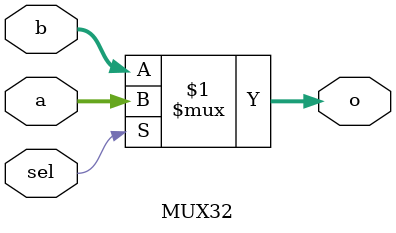
<source format=v>
module MUX9(
  input sel,
  input[8:0] a, b,
  output[8:0] o
);
  assign o = sel? a: b;
endmodule

module MUX4(
  input sel,
  input[3:0] a, b,
  output[3:0] o
);
  assign o = sel? a: b;
endmodule

module MUX32(
  input sel,
  input[31:0] a, b,
  output[31:0] o
);
  assign o = sel? a: b;
endmodule
</source>
